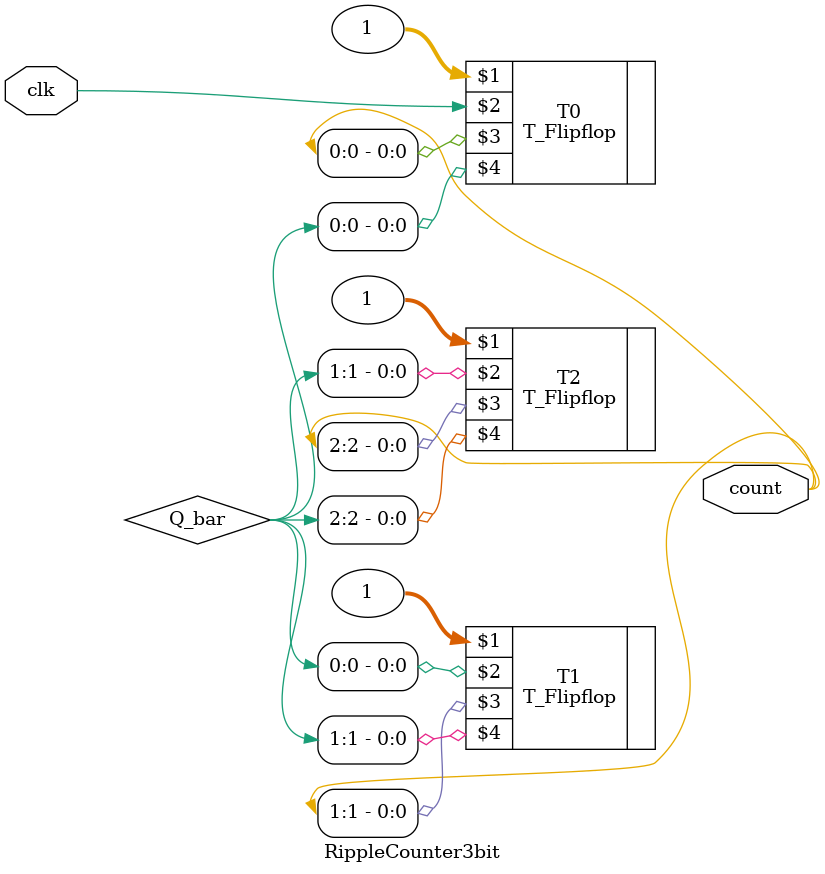
<source format=v>
/* Asynchronous Counter 3-bit 
   Up Counter 0->1->2->3->4->5->6->7->0...
   Positive edge triggered*/

module RippleCounter3bit(clk, count);
  input clk;
  output [2:0] count;
  wire [2:0] Q_bar;

T_Flipflop T0(1, clk, count[0], Q_bar[0]);
T_Flipflop T1(1, Q_bar[0], count[1], Q_bar[1]);
T_Flipflop T2(1, Q_bar[1], count[2], Q_bar[2]);
endmodule



</source>
